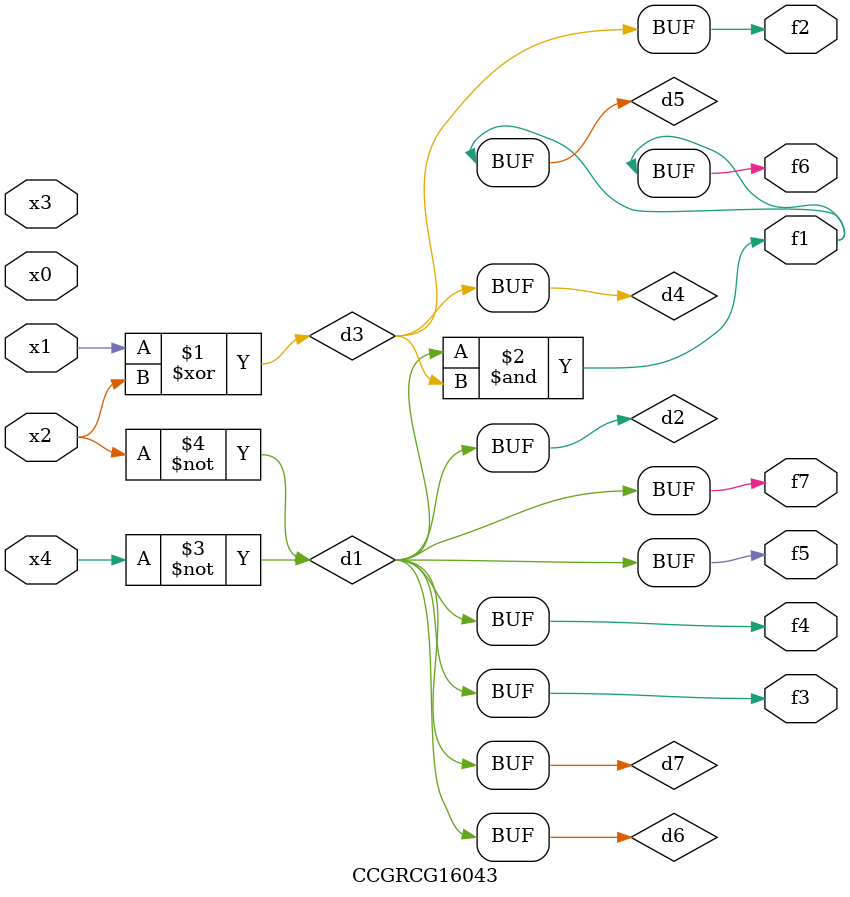
<source format=v>
module CCGRCG16043(
	input x0, x1, x2, x3, x4,
	output f1, f2, f3, f4, f5, f6, f7
);

	wire d1, d2, d3, d4, d5, d6, d7;

	not (d1, x4);
	not (d2, x2);
	xor (d3, x1, x2);
	buf (d4, d3);
	and (d5, d1, d3);
	buf (d6, d1, d2);
	buf (d7, d2);
	assign f1 = d5;
	assign f2 = d4;
	assign f3 = d7;
	assign f4 = d7;
	assign f5 = d7;
	assign f6 = d5;
	assign f7 = d7;
endmodule

</source>
